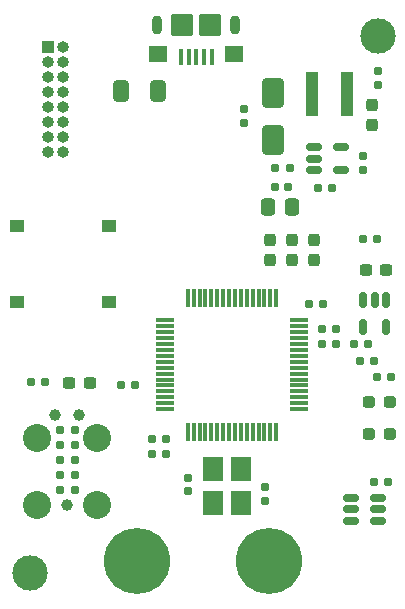
<source format=gbr>
%TF.GenerationSoftware,KiCad,Pcbnew,8.0.2*%
%TF.CreationDate,2024-06-18T11:28:15-07:00*%
%TF.ProjectId,USB_SPDTK,5553425f-5350-4445-944b-2e6b69636164,rev?*%
%TF.SameCoordinates,Original*%
%TF.FileFunction,Soldermask,Top*%
%TF.FilePolarity,Negative*%
%FSLAX46Y46*%
G04 Gerber Fmt 4.6, Leading zero omitted, Abs format (unit mm)*
G04 Created by KiCad (PCBNEW 8.0.2) date 2024-06-18 11:28:15*
%MOMM*%
%LPD*%
G01*
G04 APERTURE LIST*
G04 Aperture macros list*
%AMRoundRect*
0 Rectangle with rounded corners*
0 $1 Rounding radius*
0 $2 $3 $4 $5 $6 $7 $8 $9 X,Y pos of 4 corners*
0 Add a 4 corners polygon primitive as box body*
4,1,4,$2,$3,$4,$5,$6,$7,$8,$9,$2,$3,0*
0 Add four circle primitives for the rounded corners*
1,1,$1+$1,$2,$3*
1,1,$1+$1,$4,$5*
1,1,$1+$1,$6,$7*
1,1,$1+$1,$8,$9*
0 Add four rect primitives between the rounded corners*
20,1,$1+$1,$2,$3,$4,$5,0*
20,1,$1+$1,$4,$5,$6,$7,0*
20,1,$1+$1,$6,$7,$8,$9,0*
20,1,$1+$1,$8,$9,$2,$3,0*%
G04 Aperture macros list end*
%ADD10RoundRect,0.155000X0.155000X-0.212500X0.155000X0.212500X-0.155000X0.212500X-0.155000X-0.212500X0*%
%ADD11RoundRect,0.155000X-0.212500X-0.155000X0.212500X-0.155000X0.212500X0.155000X-0.212500X0.155000X0*%
%ADD12RoundRect,0.075000X0.075000X-0.700000X0.075000X0.700000X-0.075000X0.700000X-0.075000X-0.700000X0*%
%ADD13RoundRect,0.075000X0.700000X-0.075000X0.700000X0.075000X-0.700000X0.075000X-0.700000X-0.075000X0*%
%ADD14R,1.100000X3.700000*%
%ADD15RoundRect,0.155000X0.212500X0.155000X-0.212500X0.155000X-0.212500X-0.155000X0.212500X-0.155000X0*%
%ADD16RoundRect,0.237500X0.287500X0.237500X-0.287500X0.237500X-0.287500X-0.237500X0.287500X-0.237500X0*%
%ADD17RoundRect,0.160000X0.160000X-0.197500X0.160000X0.197500X-0.160000X0.197500X-0.160000X-0.197500X0*%
%ADD18RoundRect,0.237500X-0.300000X-0.237500X0.300000X-0.237500X0.300000X0.237500X-0.300000X0.237500X0*%
%ADD19R,1.250000X1.000000*%
%ADD20RoundRect,0.160000X0.197500X0.160000X-0.197500X0.160000X-0.197500X-0.160000X0.197500X-0.160000X0*%
%ADD21RoundRect,0.237500X0.237500X-0.300000X0.237500X0.300000X-0.237500X0.300000X-0.237500X-0.300000X0*%
%ADD22RoundRect,0.237500X-0.237500X0.287500X-0.237500X-0.287500X0.237500X-0.287500X0.237500X0.287500X0*%
%ADD23RoundRect,0.150000X-0.512500X-0.150000X0.512500X-0.150000X0.512500X0.150000X-0.512500X0.150000X0*%
%ADD24RoundRect,0.160000X-0.160000X0.197500X-0.160000X-0.197500X0.160000X-0.197500X0.160000X0.197500X0*%
%ADD25R,1.000000X1.000000*%
%ADD26O,1.000000X1.000000*%
%ADD27RoundRect,0.150000X-0.150000X0.512500X-0.150000X-0.512500X0.150000X-0.512500X0.150000X0.512500X0*%
%ADD28RoundRect,0.250000X-0.412500X-0.650000X0.412500X-0.650000X0.412500X0.650000X-0.412500X0.650000X0*%
%ADD29RoundRect,0.250000X0.650000X-1.000000X0.650000X1.000000X-0.650000X1.000000X-0.650000X-1.000000X0*%
%ADD30RoundRect,0.160000X-0.197500X-0.160000X0.197500X-0.160000X0.197500X0.160000X-0.197500X0.160000X0*%
%ADD31C,3.000000*%
%ADD32R,1.800000X2.100000*%
%ADD33C,3.600000*%
%ADD34C,5.600000*%
%ADD35C,2.374900*%
%ADD36C,0.990600*%
%ADD37C,0.787400*%
%ADD38RoundRect,0.155000X-0.155000X0.212500X-0.155000X-0.212500X0.155000X-0.212500X0.155000X0.212500X0*%
%ADD39RoundRect,0.250000X0.337500X0.475000X-0.337500X0.475000X-0.337500X-0.475000X0.337500X-0.475000X0*%
%ADD40RoundRect,0.100000X0.100000X0.575000X-0.100000X0.575000X-0.100000X-0.575000X0.100000X-0.575000X0*%
%ADD41O,0.900000X1.600000*%
%ADD42RoundRect,0.250000X0.550000X0.450000X-0.550000X0.450000X-0.550000X-0.450000X0.550000X-0.450000X0*%
%ADD43RoundRect,0.250000X0.700000X0.700000X-0.700000X0.700000X-0.700000X-0.700000X0.700000X-0.700000X0*%
G04 APERTURE END LIST*
D10*
%TO.C,C17*%
X129800000Y-105367500D03*
X129800000Y-104232500D03*
%TD*%
D11*
%TO.C,C8*%
X133565000Y-88700000D03*
X134700000Y-88700000D03*
%TD*%
D12*
%TO.C,U4*%
X123275000Y-99525000D03*
X123775000Y-99525000D03*
X124275000Y-99525000D03*
X124775000Y-99525000D03*
X125275000Y-99525000D03*
X125775000Y-99525000D03*
X126275000Y-99525000D03*
X126775000Y-99525000D03*
X127275000Y-99525000D03*
X127775000Y-99525000D03*
X128275000Y-99525000D03*
X128775000Y-99525000D03*
X129275000Y-99525000D03*
X129775000Y-99525000D03*
X130275000Y-99525000D03*
X130775000Y-99525000D03*
D13*
X132700000Y-97600000D03*
X132700000Y-97100000D03*
X132700000Y-96600000D03*
X132700000Y-96100000D03*
X132700000Y-95600000D03*
X132700000Y-95100000D03*
X132700000Y-94600000D03*
X132700000Y-94100000D03*
X132700000Y-93600000D03*
X132700000Y-93100000D03*
X132700000Y-92600000D03*
X132700000Y-92100000D03*
X132700000Y-91600000D03*
X132700000Y-91100000D03*
X132700000Y-90600000D03*
X132700000Y-90100000D03*
D12*
X130775000Y-88175000D03*
X130275000Y-88175000D03*
X129775000Y-88175000D03*
X129275000Y-88175000D03*
X128775000Y-88175000D03*
X128275000Y-88175000D03*
X127775000Y-88175000D03*
X127275000Y-88175000D03*
X126775000Y-88175000D03*
X126275000Y-88175000D03*
X125775000Y-88175000D03*
X125275000Y-88175000D03*
X124775000Y-88175000D03*
X124275000Y-88175000D03*
X123775000Y-88175000D03*
X123275000Y-88175000D03*
D13*
X121350000Y-90100000D03*
X121350000Y-90600000D03*
X121350000Y-91100000D03*
X121350000Y-91600000D03*
X121350000Y-92100000D03*
X121350000Y-92600000D03*
X121350000Y-93100000D03*
X121350000Y-93600000D03*
X121350000Y-94100000D03*
X121350000Y-94600000D03*
X121350000Y-95100000D03*
X121350000Y-95600000D03*
X121350000Y-96100000D03*
X121350000Y-96600000D03*
X121350000Y-97100000D03*
X121350000Y-97600000D03*
%TD*%
D11*
%TO.C,C5*%
X137900000Y-93500000D03*
X139035000Y-93500000D03*
%TD*%
D14*
%TO.C,L1*%
X136800000Y-70900000D03*
X133800000Y-70900000D03*
%TD*%
D15*
%TO.C,C7*%
X121400000Y-101400000D03*
X120265000Y-101400000D03*
%TD*%
D16*
%TO.C,D3*%
X140375000Y-99700000D03*
X138625000Y-99700000D03*
%TD*%
D17*
%TO.C,R3*%
X138100000Y-77395000D03*
X138100000Y-76200000D03*
%TD*%
D18*
%TO.C,C14*%
X113237500Y-95400000D03*
X114962500Y-95400000D03*
%TD*%
D19*
%TO.C,SW2*%
X116575000Y-82100000D03*
X108825000Y-82100000D03*
%TD*%
D17*
%TO.C,R2*%
X139400000Y-70197500D03*
X139400000Y-69002500D03*
%TD*%
D20*
%TO.C,R5*%
X135497500Y-78900000D03*
X134302500Y-78900000D03*
%TD*%
D21*
%TO.C,C1*%
X138900000Y-73562500D03*
X138900000Y-71837500D03*
%TD*%
D22*
%TO.C,D6*%
X130200000Y-83250000D03*
X130200000Y-85000000D03*
%TD*%
D23*
%TO.C,U1*%
X133962500Y-75450000D03*
X133962500Y-76400000D03*
X133962500Y-77350000D03*
X136237500Y-77350000D03*
X136237500Y-75450000D03*
%TD*%
D11*
%TO.C,C19*%
X139065000Y-103800000D03*
X140200000Y-103800000D03*
%TD*%
D24*
%TO.C,R1*%
X128000000Y-72202500D03*
X128000000Y-73397500D03*
%TD*%
D22*
%TO.C,D4*%
X134000000Y-83250000D03*
X134000000Y-85000000D03*
%TD*%
D25*
%TO.C,J3*%
X111430000Y-66950000D03*
D26*
X112700000Y-66950000D03*
X111430000Y-68220000D03*
X112700000Y-68220000D03*
X111430000Y-69490000D03*
X112700000Y-69490000D03*
X111430000Y-70760000D03*
X112700000Y-70760000D03*
X111430000Y-72030000D03*
X112700000Y-72030000D03*
X111430000Y-73300000D03*
X112700000Y-73300000D03*
X111430000Y-74570000D03*
X112700000Y-74570000D03*
X111430000Y-75840000D03*
X112700000Y-75840000D03*
%TD*%
D27*
%TO.C,U2*%
X140050000Y-88362500D03*
X139100000Y-88362500D03*
X138150000Y-88362500D03*
X138150000Y-90637500D03*
X140050000Y-90637500D03*
%TD*%
D28*
%TO.C,C20*%
X117637500Y-70700000D03*
X120762500Y-70700000D03*
%TD*%
D29*
%TO.C,D1*%
X130500000Y-74800000D03*
X130500000Y-70800000D03*
%TD*%
D30*
%TO.C,R10*%
X117602500Y-95600000D03*
X118797500Y-95600000D03*
%TD*%
D11*
%TO.C,C12*%
X120265000Y-100100000D03*
X121400000Y-100100000D03*
%TD*%
D31*
%TO.C,FID2*%
X139400000Y-66000000D03*
%TD*%
D20*
%TO.C,R4*%
X131897500Y-77200000D03*
X130702500Y-77200000D03*
%TD*%
%TO.C,R15*%
X135800000Y-92100000D03*
X134605000Y-92100000D03*
%TD*%
D32*
%TO.C,Y1*%
X125450000Y-102650000D03*
X125450000Y-105550000D03*
X127750000Y-105550000D03*
X127750000Y-102650000D03*
%TD*%
D22*
%TO.C,D5*%
X132100000Y-83250000D03*
X132100000Y-85000000D03*
%TD*%
D33*
%TO.C,H1*%
X119012000Y-110500000D03*
D34*
X119012000Y-110500000D03*
%TD*%
D15*
%TO.C,C18*%
X135800000Y-90800000D03*
X134665000Y-90800000D03*
%TD*%
D35*
%TO.C,J2*%
X110525000Y-105740000D03*
D36*
X113065000Y-105740000D03*
D35*
X115605000Y-105740000D03*
X110525000Y-100025000D03*
X115605000Y-100025000D03*
D36*
X112049000Y-98120000D03*
X114081000Y-98120000D03*
D37*
X113700000Y-104470000D03*
X113700000Y-103200000D03*
X113700000Y-101930000D03*
X113700000Y-100660000D03*
X113700000Y-99390000D03*
X112430000Y-99390000D03*
X112430000Y-100660000D03*
X112430000Y-101930000D03*
X112430000Y-103200000D03*
X112430000Y-104470000D03*
%TD*%
D38*
%TO.C,C16*%
X123300000Y-103432500D03*
X123300000Y-104567500D03*
%TD*%
D18*
%TO.C,C4*%
X138337500Y-85800000D03*
X140062500Y-85800000D03*
%TD*%
D39*
%TO.C,C3*%
X132137500Y-80500000D03*
X130062500Y-80500000D03*
%TD*%
D23*
%TO.C,U5*%
X137125000Y-105150000D03*
X137125000Y-106100000D03*
X137125000Y-107050000D03*
X139400000Y-107050000D03*
X139400000Y-106100000D03*
X139400000Y-105150000D03*
%TD*%
D30*
%TO.C,R8*%
X110002500Y-95300000D03*
X111197500Y-95300000D03*
%TD*%
D31*
%TO.C,FID1*%
X109900000Y-111500000D03*
%TD*%
D20*
%TO.C,R6*%
X140500000Y-94900000D03*
X139305000Y-94900000D03*
%TD*%
D33*
%TO.C,H2*%
X130188000Y-110500000D03*
D34*
X130188000Y-110500000D03*
%TD*%
D16*
%TO.C,D7*%
X140375000Y-97000000D03*
X138625000Y-97000000D03*
%TD*%
D11*
%TO.C,C2*%
X130665000Y-78800000D03*
X131800000Y-78800000D03*
%TD*%
D20*
%TO.C,R7*%
X139300000Y-83200000D03*
X138105000Y-83200000D03*
%TD*%
D11*
%TO.C,C6*%
X137365000Y-92100000D03*
X138500000Y-92100000D03*
%TD*%
D40*
%TO.C,J1*%
X125300000Y-67800000D03*
X124650000Y-67800000D03*
X124000000Y-67800000D03*
X123350000Y-67800000D03*
X122700000Y-67800000D03*
D41*
X127300000Y-65125000D03*
D42*
X127200000Y-67575000D03*
D43*
X125200000Y-65125000D03*
X122800000Y-65125000D03*
D42*
X120800000Y-67575000D03*
D41*
X120700000Y-65125000D03*
%TD*%
D19*
%TO.C,SW1*%
X116575000Y-88500000D03*
X108825000Y-88500000D03*
%TD*%
M02*

</source>
